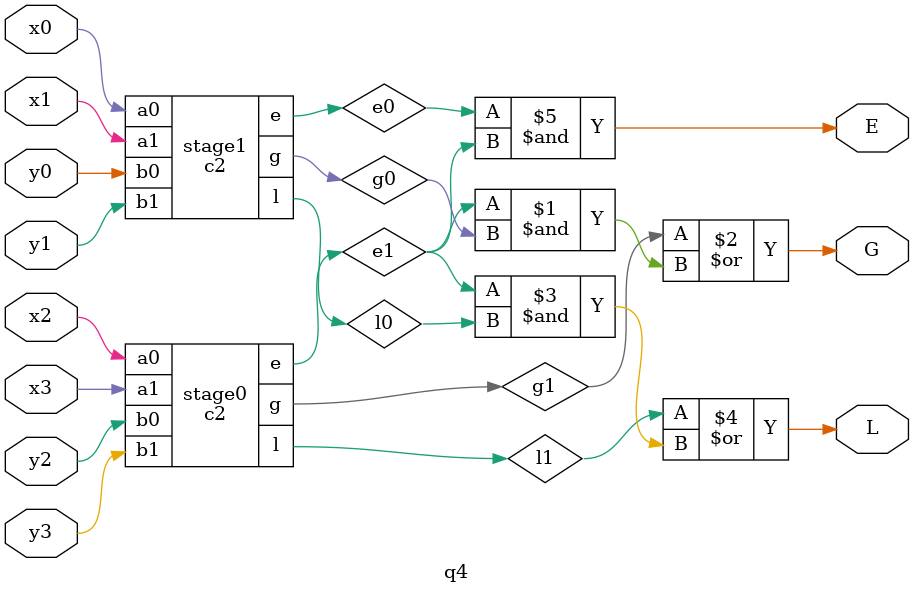
<source format=v>
module c2(a0,a1,b0,b1,g,l,e);
	input a0,a1,b0,b1;
	output g,l,e;
	assign g = (a1&(~b1))|(a1~^b1)&(a0&(~b0));
	assign l = ((~a1)&b1)|(a1~^b1)&((~a0)&b0);
	assign e = (a1~^b1)&(a0~^b0);
endmodule

module q4(x0,x1,x2,x3,y0,y1,y2,y3,G,L,E);
	input x0,x1,x2,x3,y0,y1,y2,y3;
	output G,L,E;
	wire g0,g1,l0,l1,e0,e1;
	c2 stage0(x2,x3,y2,y3,g1,l1,e1);
	c2 stage1(x0,x1,y0,y1,g0,l0,e0);
	assign G = (g1)|(e1&g0);
	assign L = (l1)|(e1&l0);
	assign E = e0&e1;
endmodule

</source>
